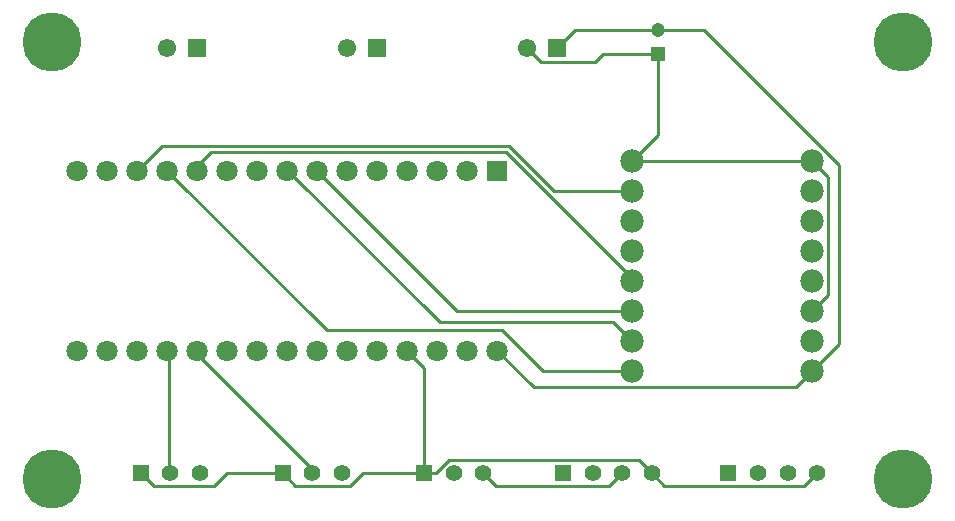
<source format=gtl>
G04*
G04 #@! TF.GenerationSoftware,Altium Limited,Altium Designer,25.0.2 (28)*
G04*
G04 Layer_Physical_Order=1*
G04 Layer_Color=255*
%FSLAX44Y44*%
%MOMM*%
G71*
G04*
G04 #@! TF.SameCoordinates,BCD89E3A-21B1-4274-9852-F660C0645C88*
G04*
G04*
G04 #@! TF.FilePolarity,Positive*
G04*
G01*
G75*
%ADD14C,0.2540*%
%ADD16R,1.5500X1.5500*%
%ADD17C,1.5500*%
%ADD20C,1.2000*%
%ADD21R,1.2000X1.2000*%
%ADD23R,1.4000X1.4000*%
%ADD24C,1.4000*%
%ADD25C,1.9800*%
%ADD26R,1.8000X1.8000*%
%ADD27C,1.8000*%
%ADD28C,5.0000*%
D14*
X530800Y309050D02*
X683200D01*
X696910Y195760D02*
Y295340D01*
X442000Y404750D02*
X453560Y393190D01*
X499263D01*
X424388Y317000D02*
X530800Y210588D01*
X132880Y322080D02*
X426492D01*
X464922Y283650D01*
X174417Y317000D02*
X424388D01*
X162800Y305383D02*
X174417Y317000D01*
X162800Y301200D02*
Y305383D01*
X464922Y283650D02*
X530800D01*
Y309050D02*
X553000Y331250D01*
Y400000D01*
X683200Y309050D02*
X696910Y295340D01*
X683200Y182050D02*
X696910Y195760D01*
X553000Y420000D02*
X591639D01*
X706000Y154050D02*
Y305639D01*
X591639Y420000D02*
X706000Y305639D01*
X683200Y131250D02*
X706000Y154050D01*
X264400Y300600D02*
X382950Y182050D01*
X264400Y300600D02*
Y301200D01*
X382950Y182050D02*
X530800D01*
X239800Y301200D02*
X368000Y173000D01*
X239000Y301200D02*
X239800D01*
X514450Y173000D02*
X530800Y156650D01*
X368000Y173000D02*
X514450D01*
X272600Y166000D02*
X421000D01*
X455750Y131250D01*
X112000Y301200D02*
X132880Y322080D01*
X530800Y207450D02*
Y210588D01*
X137400Y301200D02*
X272600Y166000D01*
X455750Y131250D02*
X530800D01*
X669490Y117540D02*
X683200Y131250D01*
X448060Y117540D02*
X669490D01*
X416800Y148800D02*
X448060Y117540D01*
X511690Y34440D02*
X522500Y45250D01*
X415810Y34440D02*
X511690D01*
X405000Y45250D02*
X415810Y34440D01*
X499263Y393190D02*
X506073Y400000D01*
X553000D01*
X467000Y404750D02*
X482250Y420000D01*
X553000D01*
X676690Y34440D02*
X687500Y45250D01*
X558310Y34440D02*
X676690D01*
X547500Y45250D02*
X558310Y34440D01*
X115000Y45250D02*
X125810Y34440D01*
X176991D01*
X187801Y45250D01*
X235000D01*
X245810Y34440D02*
X292135D01*
X235000Y45250D02*
X245810Y34440D01*
X302945Y45250D02*
X355000D01*
X292135Y34440D02*
X302945Y45250D01*
X355000D02*
X364712D01*
X375522Y56060D01*
X536690D01*
X547500Y45250D01*
X340600Y148800D02*
X355000Y134400D01*
Y45250D02*
Y134400D01*
X260000Y45250D02*
Y48351D01*
X162800Y145551D02*
X260000Y48351D01*
X162800Y145551D02*
Y148800D01*
X138700Y46550D02*
Y147500D01*
Y46550D02*
X140000Y45250D01*
X137400Y148800D02*
X138700Y147500D01*
D16*
X162500Y404750D02*
D03*
X314750D02*
D03*
X467000D02*
D03*
D17*
X137500D02*
D03*
X289750D02*
D03*
X442000D02*
D03*
D20*
X553000Y420000D02*
D03*
D21*
Y400000D02*
D03*
D23*
X612500Y45250D02*
D03*
X472500D02*
D03*
X355000D02*
D03*
X235000D02*
D03*
X115000D02*
D03*
D24*
X637500D02*
D03*
X662500D02*
D03*
X687500D02*
D03*
X497500D02*
D03*
X522500D02*
D03*
X547500D02*
D03*
X405000D02*
D03*
X380000D02*
D03*
X285000D02*
D03*
X260000D02*
D03*
X165000D02*
D03*
X140000D02*
D03*
D25*
X530800Y309050D02*
D03*
Y283650D02*
D03*
Y258250D02*
D03*
Y232850D02*
D03*
Y207450D02*
D03*
Y182050D02*
D03*
Y156650D02*
D03*
Y131250D02*
D03*
X683200D02*
D03*
Y156650D02*
D03*
Y182050D02*
D03*
Y207450D02*
D03*
Y232850D02*
D03*
Y258250D02*
D03*
Y283650D02*
D03*
Y309050D02*
D03*
D26*
X416800Y301200D02*
D03*
D27*
X391400D02*
D03*
X366000D02*
D03*
X340600D02*
D03*
X315200D02*
D03*
X289800D02*
D03*
X264400D02*
D03*
X239000D02*
D03*
X213600D02*
D03*
X188200D02*
D03*
X162800D02*
D03*
X137400D02*
D03*
X112000D02*
D03*
X86600D02*
D03*
X61200D02*
D03*
Y148800D02*
D03*
X86600D02*
D03*
X112000D02*
D03*
X137400D02*
D03*
X162800D02*
D03*
X188200D02*
D03*
X213600D02*
D03*
X239000D02*
D03*
X264400D02*
D03*
X289800D02*
D03*
X315200D02*
D03*
X340600D02*
D03*
X366000D02*
D03*
X391400D02*
D03*
X416800D02*
D03*
D28*
X40000Y40000D02*
D03*
X760000D02*
D03*
Y410000D02*
D03*
X40000D02*
D03*
M02*

</source>
